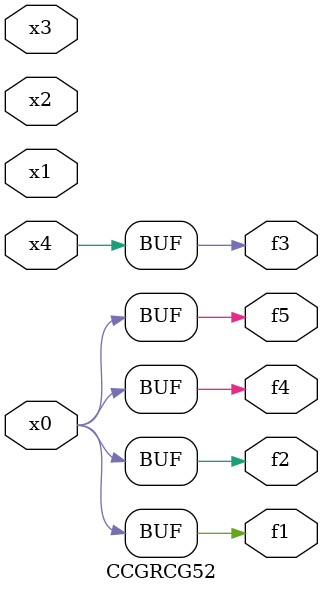
<source format=v>
module CCGRCG52(
	input x0, x1, x2, x3, x4,
	output f1, f2, f3, f4, f5
);
	assign f1 = x0;
	assign f2 = x0;
	assign f3 = x4;
	assign f4 = x0;
	assign f5 = x0;
endmodule

</source>
